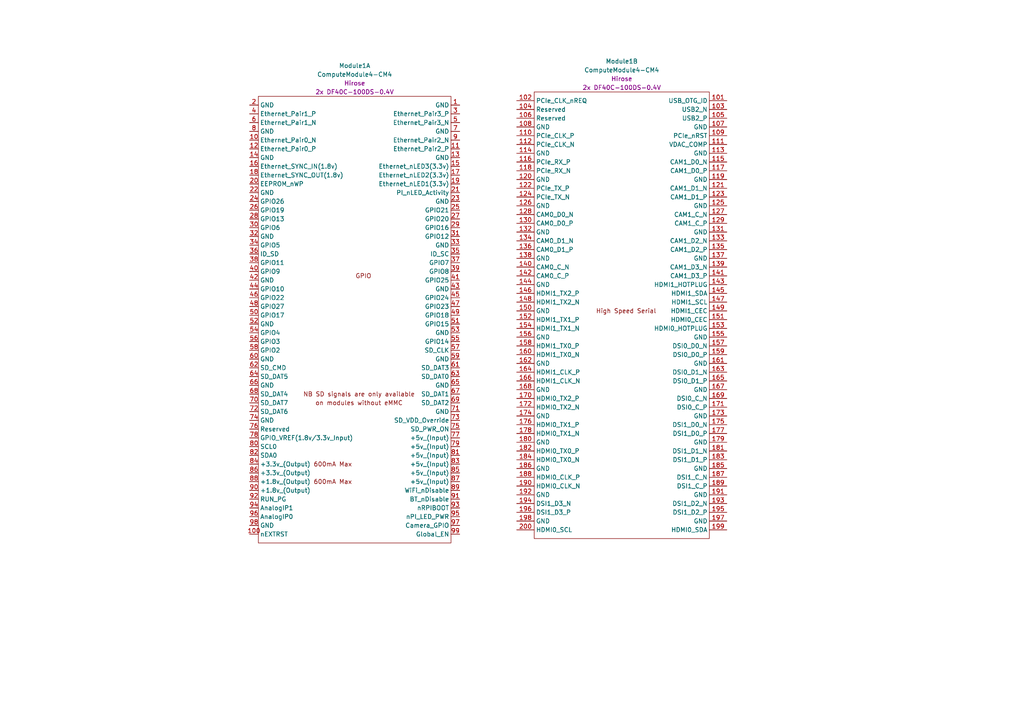
<source format=kicad_sch>
(kicad_sch (version 20221004) (generator eeschema)
  (paper "A4")
  (lib_symbols
    (symbol "CM4IO:ComputeModule4-CM4"
      (property "Reference" "Module" (at 113.03 -68.58 0))
      (property "Value" "ComputeModule4-CM4" (at 140.97 2.54 0))
      (property "Field4" "Hirose" (at 0 0 0))
      (property "Field5" "2x DF40C-100DS-0.4V" (at 0 -2.54 0))
      (symbol "ComputeModule4-CM4_1_0"
        (text "GPIO" (at 0 6.35 0) (effects (font (size 1.27 1.27))))
      )
      (symbol "ComputeModule4-CM4_1_1"
        (rectangle (start -30.48 -71.12) (end 25.4 58.42))
        (text "600mA Max" (at -8.89 -53.34 0) (effects (font (size 1.27 1.27))))
        (text "600mA Max" (at -8.89 -48.26 0) (effects (font (size 1.27 1.27))))
        (text "NB SD signals are only available" (at -1.27 -27.94 0) (effects (font (size 1.27 1.27))))
        (text "on modules without eMMC" (at -1.27 -30.48 0) (effects (font (size 1.27 1.27))))
        (pin power_in line (at 27.94 55.88 180) (length 2.54) (name "GND") (number "1"))
        (pin passive line (at -33.02 45.72 0) (length 2.54) (name "Ethernet_Pair0_N") (number "10"))
        (pin output line (at -33.02 -68.58 0) (length 2.54) (name "nEXTRST") (number "100"))
        (pin passive line (at 27.94 43.18 180) (length 2.54) (name "Ethernet_Pair2_P") (number "11"))
        (pin passive line (at -33.02 43.18 0) (length 2.54) (name "Ethernet_Pair0_P") (number "12"))
        (pin power_in line (at 27.94 40.64 180) (length 2.54) (name "GND") (number "13"))
        (pin power_in line (at -33.02 40.64 0) (length 2.54) (name "GND") (number "14"))
        (pin output line (at 27.94 38.1 180) (length 2.54) (name "Ethernet_nLED3(3.3v)") (number "15"))
        (pin input line (at -33.02 38.1 0) (length 2.54) (name "Ethernet_SYNC_IN(1.8v)") (number "16"))
        (pin output line (at 27.94 35.56 180) (length 2.54) (name "Ethernet_nLED2(3.3v)") (number "17"))
        (pin input line (at -33.02 35.56 0) (length 2.54) (name "Ethernet_SYNC_OUT(1.8v)") (number "18"))
        (pin output line (at 27.94 33.02 180) (length 2.54) (name "Ethernet_nLED1(3.3v)") (number "19"))
        (pin power_in line (at -33.02 55.88 0) (length 2.54) (name "GND") (number "2"))
        (pin passive line (at -33.02 33.02 0) (length 2.54) (name "EEPROM_nWP") (number "20"))
        (pin open_collector line (at 27.94 30.48 180) (length 2.54) (name "PI_nLED_Activity") (number "21"))
        (pin power_in line (at -33.02 30.48 0) (length 2.54) (name "GND") (number "22"))
        (pin power_in line (at 27.94 27.94 180) (length 2.54) (name "GND") (number "23"))
        (pin passive line (at -33.02 27.94 0) (length 2.54) (name "GPIO26") (number "24"))
        (pin passive line (at 27.94 25.4 180) (length 2.54) (name "GPIO21") (number "25"))
        (pin passive line (at -33.02 25.4 0) (length 2.54) (name "GPIO19") (number "26"))
        (pin passive line (at 27.94 22.86 180) (length 2.54) (name "GPIO20") (number "27"))
        (pin passive line (at -33.02 22.86 0) (length 2.54) (name "GPIO13") (number "28"))
        (pin passive line (at 27.94 20.32 180) (length 2.54) (name "GPIO16") (number "29"))
        (pin passive line (at 27.94 53.34 180) (length 2.54) (name "Ethernet_Pair3_P") (number "3"))
        (pin passive line (at -33.02 20.32 0) (length 2.54) (name "GPIO6") (number "30"))
        (pin passive line (at 27.94 17.78 180) (length 2.54) (name "GPIO12") (number "31"))
        (pin power_in line (at -33.02 17.78 0) (length 2.54) (name "GND") (number "32"))
        (pin power_in line (at 27.94 15.24 180) (length 2.54) (name "GND") (number "33"))
        (pin passive line (at -33.02 15.24 0) (length 2.54) (name "GPIO5") (number "34"))
        (pin passive line (at 27.94 12.7 180) (length 2.54) (name "ID_SC") (number "35"))
        (pin passive line (at -33.02 12.7 0) (length 2.54) (name "ID_SD") (number "36"))
        (pin passive line (at 27.94 10.16 180) (length 2.54) (name "GPIO7") (number "37"))
        (pin passive line (at -33.02 10.16 0) (length 2.54) (name "GPIO11") (number "38"))
        (pin passive line (at 27.94 7.62 180) (length 2.54) (name "GPIO8") (number "39"))
        (pin passive line (at -33.02 53.34 0) (length 2.54) (name "Ethernet_Pair1_P") (number "4"))
        (pin passive line (at -33.02 7.62 0) (length 2.54) (name "GPIO9") (number "40"))
        (pin passive line (at 27.94 5.08 180) (length 2.54) (name "GPIO25") (number "41"))
        (pin power_in line (at -33.02 5.08 0) (length 2.54) (name "GND") (number "42"))
        (pin power_in line (at 27.94 2.54 180) (length 2.54) (name "GND") (number "43"))
        (pin passive line (at -33.02 2.54 0) (length 2.54) (name "GPIO10") (number "44"))
        (pin passive line (at 27.94 0 180) (length 2.54) (name "GPIO24") (number "45"))
        (pin passive line (at -33.02 0 0) (length 2.54) (name "GPIO22") (number "46"))
        (pin passive line (at 27.94 -2.54 180) (length 2.54) (name "GPIO23") (number "47"))
        (pin passive line (at -33.02 -2.54 0) (length 2.54) (name "GPIO27") (number "48"))
        (pin passive line (at 27.94 -5.08 180) (length 2.54) (name "GPIO18") (number "49"))
        (pin passive line (at 27.94 50.8 180) (length 2.54) (name "Ethernet_Pair3_N") (number "5"))
        (pin passive line (at -33.02 -5.08 0) (length 2.54) (name "GPIO17") (number "50"))
        (pin passive line (at 27.94 -7.62 180) (length 2.54) (name "GPIO15") (number "51"))
        (pin power_in line (at -33.02 -7.62 0) (length 2.54) (name "GND") (number "52"))
        (pin power_in line (at 27.94 -10.16 180) (length 2.54) (name "GND") (number "53"))
        (pin passive line (at -33.02 -10.16 0) (length 2.54) (name "GPIO4") (number "54"))
        (pin passive line (at 27.94 -12.7 180) (length 2.54) (name "GPIO14") (number "55"))
        (pin passive line (at -33.02 -12.7 0) (length 2.54) (name "GPIO3") (number "56"))
        (pin passive line (at 27.94 -15.24 180) (length 2.54) (name "SD_CLK") (number "57"))
        (pin passive line (at -33.02 -15.24 0) (length 2.54) (name "GPIO2") (number "58"))
        (pin power_in line (at 27.94 -17.78 180) (length 2.54) (name "GND") (number "59"))
        (pin passive line (at -33.02 50.8 0) (length 2.54) (name "Ethernet_Pair1_N") (number "6"))
        (pin power_in line (at -33.02 -17.78 0) (length 2.54) (name "GND") (number "60"))
        (pin passive line (at 27.94 -20.32 180) (length 2.54) (name "SD_DAT3") (number "61"))
        (pin passive line (at -33.02 -20.32 0) (length 2.54) (name "SD_CMD") (number "62"))
        (pin passive line (at 27.94 -22.86 180) (length 2.54) (name "SD_DAT0") (number "63"))
        (pin passive line (at -33.02 -22.86 0) (length 2.54) (name "SD_DAT5") (number "64"))
        (pin power_in line (at 27.94 -25.4 180) (length 2.54) (name "GND") (number "65"))
        (pin power_in line (at -33.02 -25.4 0) (length 2.54) (name "GND") (number "66"))
        (pin passive line (at 27.94 -27.94 180) (length 2.54) (name "SD_DAT1") (number "67"))
        (pin passive line (at -33.02 -27.94 0) (length 2.54) (name "SD_DAT4") (number "68"))
        (pin passive line (at 27.94 -30.48 180) (length 2.54) (name "SD_DAT2") (number "69"))
        (pin power_in line (at 27.94 48.26 180) (length 2.54) (name "GND") (number "7"))
        (pin passive line (at -33.02 -30.48 0) (length 2.54) (name "SD_DAT7") (number "70"))
        (pin power_in line (at 27.94 -33.02 180) (length 2.54) (name "GND") (number "71"))
        (pin passive line (at -33.02 -33.02 0) (length 2.54) (name "SD_DAT6") (number "72"))
        (pin input line (at 27.94 -35.56 180) (length 2.54) (name "SD_VDD_Override") (number "73"))
        (pin power_in line (at -33.02 -35.56 0) (length 2.54) (name "GND") (number "74"))
        (pin output line (at 27.94 -38.1 180) (length 2.54) (name "SD_PWR_ON") (number "75"))
        (pin passive line (at -33.02 -38.1 0) (length 2.54) (name "Reserved") (number "76"))
        (pin power_in line (at 27.94 -40.64 180) (length 2.54) (name "+5v_(Input)") (number "77"))
        (pin power_in line (at -33.02 -40.64 0) (length 2.54) (name "GPIO_VREF(1.8v/3.3v_Input)") (number "78"))
        (pin power_in line (at 27.94 -43.18 180) (length 2.54) (name "+5v_(Input)") (number "79"))
        (pin power_in line (at -33.02 48.26 0) (length 2.54) (name "GND") (number "8"))
        (pin passive line (at -33.02 -43.18 0) (length 2.54) (name "SCL0") (number "80"))
        (pin power_in line (at 27.94 -45.72 180) (length 2.54) (name "+5v_(Input)") (number "81"))
        (pin passive line (at -33.02 -45.72 0) (length 2.54) (name "SDA0") (number "82"))
        (pin power_in line (at 27.94 -48.26 180) (length 2.54) (name "+5v_(Input)") (number "83"))
        (pin power_out line (at -33.02 -48.26 0) (length 2.54) (name "+3.3v_(Output)") (number "84"))
        (pin power_in line (at 27.94 -50.8 180) (length 2.54) (name "+5v_(Input)") (number "85"))
        (pin power_out line (at -33.02 -50.8 0) (length 2.54) (name "+3.3v_(Output)") (number "86"))
        (pin power_in line (at 27.94 -53.34 180) (length 2.54) (name "+5v_(Input)") (number "87"))
        (pin power_out line (at -33.02 -53.34 0) (length 2.54) (name "+1.8v_(Output)") (number "88"))
        (pin power_in line (at 27.94 -55.88 180) (length 2.54) (name "WiFi_nDisable") (number "89"))
        (pin passive line (at 27.94 45.72 180) (length 2.54) (name "Ethernet_Pair2_N") (number "9"))
        (pin power_out line (at -33.02 -55.88 0) (length 2.54) (name "+1.8v_(Output)") (number "90"))
        (pin power_in line (at 27.94 -58.42 180) (length 2.54) (name "BT_nDisable") (number "91"))
        (pin passive line (at -33.02 -58.42 0) (length 2.54) (name "RUN_PG") (number "92"))
        (pin input line (at 27.94 -60.96 180) (length 2.54) (name "nRPIBOOT") (number "93"))
        (pin passive line (at -33.02 -60.96 0) (length 2.54) (name "AnalogIP1") (number "94"))
        (pin output line (at 27.94 -63.5 180) (length 2.54) (name "nPI_LED_PWR") (number "95"))
        (pin passive line (at -33.02 -63.5 0) (length 2.54) (name "AnalogIP0") (number "96"))
        (pin passive line (at 27.94 -66.04 180) (length 2.54) (name "Camera_GPIO") (number "97"))
        (pin power_in line (at -33.02 -66.04 0) (length 2.54) (name "GND") (number "98"))
        (pin input line (at 27.94 -68.58 180) (length 2.54) (name "Global_EN") (number "99"))
      )
      (symbol "ComputeModule4-CM4_2_1"
        (rectangle (start 114.3 -66.04) (end 165.1 63.5))
        (text "High Speed Serial" (at 140.97 0 0) (effects (font (size 1.27 1.27))))
        (pin input line (at 170.18 60.96 180) (length 5.08) (name "USB_OTG_ID") (number "101"))
        (pin input line (at 109.22 60.96 0) (length 5.08) (name "PCIe_CLK_nREQ") (number "102"))
        (pin passive line (at 170.18 58.42 180) (length 5.08) (name "USB2_N") (number "103"))
        (pin passive line (at 109.22 58.42 0) (length 5.08) (name "Reserved") (number "104"))
        (pin passive line (at 170.18 55.88 180) (length 5.08) (name "USB2_P") (number "105"))
        (pin passive line (at 109.22 55.88 0) (length 5.08) (name "Reserved") (number "106"))
        (pin power_in line (at 170.18 53.34 180) (length 5.08) (name "GND") (number "107"))
        (pin power_in line (at 109.22 53.34 0) (length 5.08) (name "GND") (number "108"))
        (pin bidirectional line (at 170.18 50.8 180) (length 5.08) (name "PCIe_nRST") (number "109"))
        (pin output line (at 109.22 50.8 0) (length 5.08) (name "PCIe_CLK_P") (number "110"))
        (pin passive line (at 170.18 48.26 180) (length 5.08) (name "VDAC_COMP") (number "111"))
        (pin output line (at 109.22 48.26 0) (length 5.08) (name "PCIe_CLK_N") (number "112"))
        (pin power_in line (at 170.18 45.72 180) (length 5.08) (name "GND") (number "113"))
        (pin power_in line (at 109.22 45.72 0) (length 5.08) (name "GND") (number "114"))
        (pin input line (at 170.18 43.18 180) (length 5.08) (name "CAM1_D0_N") (number "115"))
        (pin input line (at 109.22 43.18 0) (length 5.08) (name "PCIe_RX_P") (number "116"))
        (pin input line (at 170.18 40.64 180) (length 5.08) (name "CAM1_D0_P") (number "117"))
        (pin input line (at 109.22 40.64 0) (length 5.08) (name "PCIe_RX_N") (number "118"))
        (pin power_in line (at 170.18 38.1 180) (length 5.08) (name "GND") (number "119"))
        (pin power_in line (at 109.22 38.1 0) (length 5.08) (name "GND") (number "120"))
        (pin input line (at 170.18 35.56 180) (length 5.08) (name "CAM1_D1_N") (number "121"))
        (pin output line (at 109.22 35.56 0) (length 5.08) (name "PCIe_TX_P") (number "122"))
        (pin input line (at 170.18 33.02 180) (length 5.08) (name "CAM1_D1_P") (number "123"))
        (pin output line (at 109.22 33.02 0) (length 5.08) (name "PCIe_TX_N") (number "124"))
        (pin power_in line (at 170.18 30.48 180) (length 5.08) (name "GND") (number "125"))
        (pin power_in line (at 109.22 30.48 0) (length 5.08) (name "GND") (number "126"))
        (pin input line (at 170.18 27.94 180) (length 5.08) (name "CAM1_C_N") (number "127"))
        (pin input line (at 109.22 27.94 0) (length 5.08) (name "CAM0_D0_N") (number "128"))
        (pin input line (at 170.18 25.4 180) (length 5.08) (name "CAM1_C_P") (number "129"))
        (pin input line (at 109.22 25.4 0) (length 5.08) (name "CAM0_D0_P") (number "130"))
        (pin power_in line (at 170.18 22.86 180) (length 5.08) (name "GND") (number "131"))
        (pin power_in line (at 109.22 22.86 0) (length 5.08) (name "GND") (number "132"))
        (pin input line (at 170.18 20.32 180) (length 5.08) (name "CAM1_D2_N") (number "133"))
        (pin input line (at 109.22 20.32 0) (length 5.08) (name "CAM0_D1_N") (number "134"))
        (pin input line (at 170.18 17.78 180) (length 5.08) (name "CAM1_D2_P") (number "135"))
        (pin input line (at 109.22 17.78 0) (length 5.08) (name "CAM0_D1_P") (number "136"))
        (pin power_in line (at 170.18 15.24 180) (length 5.08) (name "GND") (number "137"))
        (pin power_in line (at 109.22 15.24 0) (length 5.08) (name "GND") (number "138"))
        (pin input line (at 170.18 12.7 180) (length 5.08) (name "CAM1_D3_N") (number "139"))
        (pin input line (at 109.22 12.7 0) (length 5.08) (name "CAM0_C_N") (number "140"))
        (pin input line (at 170.18 10.16 180) (length 5.08) (name "CAM1_D3_P") (number "141"))
        (pin input line (at 109.22 10.16 0) (length 5.08) (name "CAM0_C_P") (number "142"))
        (pin input line (at 170.18 7.62 180) (length 5.08) (name "HDMI1_HOTPLUG") (number "143"))
        (pin power_in line (at 109.22 7.62 0) (length 5.08) (name "GND") (number "144"))
        (pin bidirectional line (at 170.18 5.08 180) (length 5.08) (name "HDMI1_SDA") (number "145"))
        (pin output line (at 109.22 5.08 0) (length 5.08) (name "HDMI1_TX2_P") (number "146"))
        (pin open_collector line (at 170.18 2.54 180) (length 5.08) (name "HDMI1_SCL") (number "147"))
        (pin output line (at 109.22 2.54 0) (length 5.08) (name "HDMI1_TX2_N") (number "148"))
        (pin open_collector line (at 170.18 0 180) (length 5.08) (name "HDMI1_CEC") (number "149"))
        (pin power_in line (at 109.22 0 0) (length 5.08) (name "GND") (number "150"))
        (pin open_collector line (at 170.18 -2.54 180) (length 5.08) (name "HDMI0_CEC") (number "151"))
        (pin output line (at 109.22 -2.54 0) (length 5.08) (name "HDMI1_TX1_P") (number "152"))
        (pin input line (at 170.18 -5.08 180) (length 5.08) (name "HDMI0_HOTPLUG") (number "153"))
        (pin output line (at 109.22 -5.08 0) (length 5.08) (name "HDMI1_TX1_N") (number "154"))
        (pin power_in line (at 170.18 -7.62 180) (length 5.08) (name "GND") (number "155"))
        (pin power_in line (at 109.22 -7.62 0) (length 5.08) (name "GND") (number "156"))
        (pin output line (at 170.18 -10.16 180) (length 5.08) (name "DSI0_D0_N") (number "157"))
        (pin output line (at 109.22 -10.16 0) (length 5.08) (name "HDMI1_TX0_P") (number "158"))
        (pin output line (at 170.18 -12.7 180) (length 5.08) (name "DSI0_D0_P") (number "159"))
        (pin output line (at 109.22 -12.7 0) (length 5.08) (name "HDMI1_TX0_N") (number "160"))
        (pin power_in line (at 170.18 -15.24 180) (length 5.08) (name "GND") (number "161"))
        (pin power_in line (at 109.22 -15.24 0) (length 5.08) (name "GND") (number "162"))
        (pin output line (at 170.18 -17.78 180) (length 5.08) (name "DSI0_D1_N") (number "163"))
        (pin output line (at 109.22 -17.78 0) (length 5.08) (name "HDMI1_CLK_P") (number "164"))
        (pin output line (at 170.18 -20.32 180) (length 5.08) (name "DSI0_D1_P") (number "165"))
        (pin output line (at 109.22 -20.32 0) (length 5.08) (name "HDMI1_CLK_N") (number "166"))
        (pin power_in line (at 170.18 -22.86 180) (length 5.08) (name "GND") (number "167"))
        (pin power_in line (at 109.22 -22.86 0) (length 5.08) (name "GND") (number "168"))
        (pin output line (at 170.18 -25.4 180) (length 5.08) (name "DSI0_C_N") (number "169"))
        (pin output line (at 109.22 -25.4 0) (length 5.08) (name "HDMI0_TX2_P") (number "170"))
        (pin output line (at 170.18 -27.94 180) (length 5.08) (name "DSI0_C_P") (number "171"))
        (pin output line (at 109.22 -27.94 0) (length 5.08) (name "HDMI0_TX2_N") (number "172"))
        (pin power_in line (at 170.18 -30.48 180) (length 5.08) (name "GND") (number "173"))
        (pin power_in line (at 109.22 -30.48 0) (length 5.08) (name "GND") (number "174"))
        (pin output line (at 170.18 -33.02 180) (length 5.08) (name "DSI1_D0_N") (number "175"))
        (pin output line (at 109.22 -33.02 0) (length 5.08) (name "HDMI0_TX1_P") (number "176"))
        (pin output line (at 170.18 -35.56 180) (length 5.08) (name "DSI1_D0_P") (number "177"))
        (pin output line (at 109.22 -35.56 0) (length 5.08) (name "HDMI0_TX1_N") (number "178"))
        (pin power_in line (at 170.18 -38.1 180) (length 5.08) (name "GND") (number "179"))
        (pin power_in line (at 109.22 -38.1 0) (length 5.08) (name "GND") (number "180"))
        (pin output line (at 170.18 -40.64 180) (length 5.08) (name "DSI1_D1_N") (number "181"))
        (pin output line (at 109.22 -40.64 0) (length 5.08) (name "HDMI0_TX0_P") (number "182"))
        (pin output line (at 170.18 -43.18 180) (length 5.08) (name "DSI1_D1_P") (number "183"))
        (pin output line (at 109.22 -43.18 0) (length 5.08) (name "HDMI0_TX0_N") (number "184"))
        (pin power_in line (at 170.18 -45.72 180) (length 5.08) (name "GND") (number "185"))
        (pin power_in line (at 109.22 -45.72 0) (length 5.08) (name "GND") (number "186"))
        (pin output line (at 170.18 -48.26 180) (length 5.08) (name "DSI1_C_N") (number "187"))
        (pin output line (at 109.22 -48.26 0) (length 5.08) (name "HDMI0_CLK_P") (number "188"))
        (pin output line (at 170.18 -50.8 180) (length 5.08) (name "DSI1_C_P") (number "189"))
        (pin output line (at 109.22 -50.8 0) (length 5.08) (name "HDMI0_CLK_N") (number "190"))
        (pin power_in line (at 170.18 -53.34 180) (length 5.08) (name "GND") (number "191"))
        (pin power_in line (at 109.22 -53.34 0) (length 5.08) (name "GND") (number "192"))
        (pin output line (at 170.18 -55.88 180) (length 5.08) (name "DSI1_D2_N") (number "193"))
        (pin output line (at 109.22 -55.88 0) (length 5.08) (name "DSI1_D3_N") (number "194"))
        (pin output line (at 170.18 -58.42 180) (length 5.08) (name "DSI1_D2_P") (number "195"))
        (pin output line (at 109.22 -58.42 0) (length 5.08) (name "DSI1_D3_P") (number "196"))
        (pin power_in line (at 170.18 -60.96 180) (length 5.08) (name "GND") (number "197"))
        (pin power_in line (at 109.22 -60.96 0) (length 5.08) (name "GND") (number "198"))
        (pin bidirectional line (at 170.18 -63.5 180) (length 5.08) (name "HDMI0_SDA") (number "199"))
        (pin open_collector line (at 109.22 -63.5 0) (length 5.08) (name "HDMI0_SCL") (number "200"))
      )
    )
  )
  (symbol (lib_id "CM4IO:ComputeModule4-CM4") (at 40.64 90.17 0) (unit 2)
    (property "Reference" "Module1" (at 180.34 17.78 0))
    (property "Value" "ComputeModule4-CM4" (at 180.34 20.32 0))
    (property "Footprint" "CM4IO:Raspberry-Pi-4-Compute-Module" (effects hide))
    (property "Field4" "Hirose" (at 180.34 22.86 0))
    (property "Field5" "2x DF40C-100DS-0.4V" (at 180.34 25.4 0))
  )
  (symbol (lib_id "CM4IO:ComputeModule4-CM4") (at 105.41 86.36 0) (unit 1)
    (property "Reference" "Module1" (at 102.87 19.05 0))
    (property "Value" "ComputeModule4-CM4" (at 102.87 21.59 0))
    (property "Footprint" "CM4IO:Raspberry-Pi-4-Compute-Module" (effects hide))
    (property "Field4" "Hirose" (at 102.87 24.13 0))
    (property "Field5" "2x DF40C-100DS-0.4V" (at 102.87 26.67 0))
  )
)
</source>
